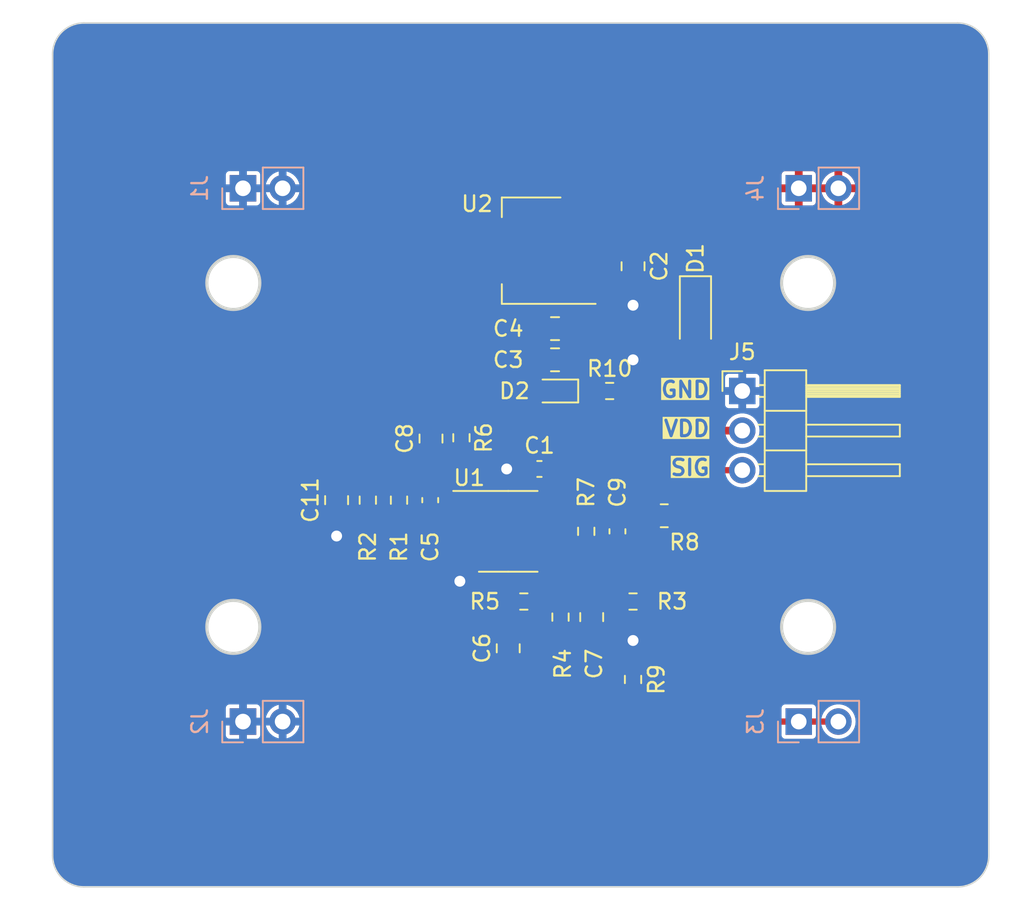
<source format=kicad_pcb>
(kicad_pcb (version 20221018) (generator pcbnew)
  (layers (0 "F.Cu" signal) (31 "B.Cu" signal) (34 "B.Paste" user) (35 "F.Paste" user) (36 "B.SilkS" user "B.Silkscreen") (37 "F.SilkS" user "F.Silkscreen") (38 "B.Mask" user) (39 "F.Mask" user) (44 "Edge.Cuts" user))
  (net 0 "")
  (net 1 "+3V3")
  (net 2 "GND")
  (net 3 "+5V")
  (net 4 "Net-(U1A--)")
  (net 5 "/OP1_OUT")
  (net 6 "/HB100_OUT")
  (net 7 "/OP1_IN")
  (net 8 "/BIAS_1V65")
  (net 9 "Net-(C8-Pad2)")
  (net 10 "/OP2_IN")
  (net 11 "/OP2_OUT")
  (net 12 "Net-(C11-Pad2)")
  (net 13 "VDD")
  (net 14 "/PWM_OUT")
  (net 15 "Net-(D2-K)")
  (footprint "Resistor_SMD:R_0805_2012Metric" (layer "F.Cu") (at 97 51)
    (fp_text reference "R8" (at 1.3 1.7) (layer "F.SilkS"))
    (fp_text value "0R")
    (fp_line (start -0.227064 -0.735) (end 0.227064 -0.735) (stroke (width 0.12)) (layer "F.SilkS"))
    (fp_line (start -0.227064 0.735) (end 0.227064 0.735) (stroke (width 0.12)) (layer "F.SilkS"))
    (pad "1" smd roundrect (at -0.9125 0) (size 1.025 1.4) (layers "F.Cu" "F.Paste" "F.Mask") (roundrect_rratio 0.243902) (net 11 "/OP2_OUT"))
    (pad "2" smd roundrect (at 0.9125 0) (size 1.025 1.4) (layers "F.Cu" "F.Paste" "F.Mask") (roundrect_rratio 0.243902) (net 14 "/PWM_OUT"))
  )
  (footprint "Diode_SMD:D_SOD-123" (layer "F.Cu") (at 99 38 -90)
    (fp_text reference "D1" (at -3.5 0 90) (layer "F.SilkS"))
    (fp_text value "1N5819")
    (fp_line (start -2.36 -1) (end -2.36 1) (stroke (width 0.12)) (layer "F.SilkS"))
    (fp_line (start -2.36 -1) (end 1.65 -1) (stroke (width 0.12)) (layer "F.SilkS"))
    (fp_line (start -2.36 1) (end 1.65 1) (stroke (width 0.12)) (layer "F.SilkS"))
    (pad "1" smd roundrect (at -1.65 0 270) (size 0.9 1.2) (layers "F.Cu" "F.Paste" "F.Mask") (net 3 "+5V"))
    (pad "2" smd roundrect (at 1.65 0 270) (size 0.9 1.2) (layers "F.Cu" "F.Paste" "F.Mask") (net 13 "VDD"))
  )
  (footprint "Resistor_SMD:R_0603_1608Metric" (layer "F.Cu") (at 78 50 90)
    (fp_text reference "R2" (at -3 0 90) (layer "F.SilkS"))
    (fp_text value "10k")
    (fp_line (start -0.237258 -0.5225) (end 0.237258 -0.5225) (stroke (width 0.12)) (layer "F.SilkS"))
    (fp_line (start -0.237258 0.5225) (end 0.237258 0.5225) (stroke (width 0.12)) (layer "F.SilkS"))
    (pad "1" smd roundrect (at -0.825 0 90) (size 0.8 0.95) (layers "F.Cu" "F.Paste" "F.Mask") (net 4 "Net-(U1A--)"))
    (pad "2" smd roundrect (at 0.825 0 90) (size 0.8 0.95) (layers "F.Cu" "F.Paste" "F.Mask") (net 12 "Net-(C11-Pad2)"))
  )
  (footprint "Capacitor_SMD:C_0805_2012Metric" (layer "F.Cu") (at 90 38.999999)
    (fp_text reference "C4" (at -3 0) (layer "F.SilkS"))
    (fp_text value "10uF")
    (fp_line (start -0.261252 -0.735) (end 0.261252 -0.735) (stroke (width 0.12)) (layer "F.SilkS"))
    (fp_line (start -0.261252 0.735) (end 0.261252 0.735) (stroke (width 0.12)) (layer "F.SilkS"))
    (pad "1" smd roundrect (at -0.95 0) (size 1 1.45) (layers "F.Cu" "F.Paste" "F.Mask") (net 1 "+3V3"))
    (pad "2" smd roundrect (at 0.95 0) (size 1 1.45) (layers "F.Cu" "F.Paste" "F.Mask") (net 2 "GND"))
  )
  (footprint "Resistor_SMD:R_0603_1608Metric" (layer "F.Cu") (at 95 56.5 180)
    (fp_text reference "R3" (at -2.5 0) (layer "F.SilkS"))
    (fp_text value "100k")
    (fp_line (start -0.237258 -0.5225) (end 0.237258 -0.5225) (stroke (width 0.12)) (layer "F.SilkS"))
    (fp_line (start -0.237258 0.5225) (end 0.237258 0.5225) (stroke (width 0.12)) (layer "F.SilkS"))
    (pad "1" smd roundrect (at -0.825 0 180) (size 0.8 0.95) (layers "F.Cu" "F.Paste" "F.Mask") (net 1 "+3V3"))
    (pad "2" smd roundrect (at 0.825 0 180) (size 0.8 0.95) (layers "F.Cu" "F.Paste" "F.Mask") (net 8 "/BIAS_1V65"))
  )
  (footprint "Connector_PinHeader_2.54mm:PinHeader_1x03_P2.54mm_Horizontal" (layer "F.Cu") (at 102 43)
    (fp_text reference "J5" (at 0 -2.5 180) (layer "F.SilkS"))
    (fp_text value "01x03 2.54mm Pin Header")
    (fp_line (start -1.27 -1.27) (end 0 -1.27) (stroke (width 0.12)) (layer "F.SilkS"))
    (fp_line (start -1.27 0) (end -1.27 -1.27) (stroke (width 0.12)) (layer "F.SilkS"))
    (fp_line (start 1.042929 2.16) (end 1.44 2.16) (stroke (width 0.12)) (layer "F.SilkS"))
    (fp_line (start 1.042929 2.92) (end 1.44 2.92) (stroke (width 0.12)) (layer "F.SilkS"))
    (fp_line (start 1.042929 4.7) (end 1.44 4.7) (stroke (width 0.12)) (layer "F.SilkS"))
    (fp_line (start 1.042929 5.46) (end 1.44 5.46) (stroke (width 0.12)) (layer "F.SilkS"))
    (fp_line (start 1.11 -0.38) (end 1.44 -0.38) (stroke (width 0.12)) (layer "F.SilkS"))
    (fp_line (start 1.11 0.38) (end 1.44 0.38) (stroke (width 0.12)) (layer "F.SilkS"))
    (fp_line (start 1.44 -1.33) (end 1.44 6.41) (stroke (width 0.12)) (layer "F.SilkS"))
    (fp_line (start 1.44 1.27) (end 4.1 1.27) (stroke (width 0.12)) (layer "F.SilkS"))
    (fp_line (start 1.44 3.81) (end 4.1 3.81) (stroke (width 0.12)) (layer "F.SilkS"))
    (fp_line (start 1.44 6.41) (end 4.1 6.41) (stroke (width 0.12)) (layer "F.SilkS"))
    (fp_line (start 4.1 -1.33) (end 1.44 -1.33) (stroke (width 0.12)) (layer "F.SilkS"))
    (fp_line (start 4.1 -0.38) (end 10.1 -0.38) (stroke (width 0.12)) (layer "F.SilkS"))
    (fp_line (start 4.1 -0.32) (end 10.1 -0.32) (stroke (width 0.12)) (layer "F.SilkS"))
    (fp_line (start 4.1 -0.2) (end 10.1 -0.2) (stroke (width 0.12)) (layer "F.SilkS"))
    (fp_line (start 4.1 -0.08) (end 10.1 -0.08) (stroke (width 0.12)) (layer "F.SilkS"))
    (fp_line (start 4.1 0.04) (end 10.1 0.04) (stroke (width 0.12)) (layer "F.SilkS"))
    (fp_line (start 4.1 0.16) (end 10.1 0.16) (stroke (width 0.12)) (layer "F.SilkS"))
    (fp_line (start 4.1 0.28) (end 10.1 0.28) (stroke (width 0.12)) (layer "F.SilkS"))
    (fp_line (start 4.1 2.16) (end 10.1 2.16) (stroke (width 0.12)) (layer "F.SilkS"))
    (fp_line (start 4.1 4.7) (end 10.1 4.7) (stroke (width 0.12)) (layer "F.SilkS"))
    (fp_line (start 4.1 6.41) (end 4.1 -1.33) (stroke (width 0.12)) (layer "F.SilkS"))
    (fp_line (start 10.1 -0.38) (end 10.1 0.38) (stroke (width 0.12)) (layer "F.SilkS"))
    (fp_line (start 10.1 0.38) (end 4.1 0.38) (stroke (width 0.12)) (layer "F.SilkS"))
    (fp_line (start 10.1 2.16) (end 10.1 2.92) (stroke (width 0.12)) (layer "F.SilkS"))
    (fp_line (start 10.1 2.92) (end 4.1 2.92) (stroke (width 0.12)) (layer "F.SilkS"))
    (fp_line (start 10.1 4.7) (end 10.1 5.46) (stroke (width 0.12)) (layer "F.SilkS"))
    (fp_line (start 10.1 5.46) (end 4.1 5.46) (stroke (width 0.12)) (layer "F.SilkS"))
    (pad "1" thru_hole rect (at 0 0) (size 1.7 1.7) (drill 1) (layers "*.Cu" "*.Mask") (net 2 "GND"))
    (pad "2" thru_hole oval (at 0 2.54) (size 1.7 1.7) (drill 1) (layers "*.Cu" "*.Mask") (net 13 "VDD"))
    (pad "3" thru_hole oval (at 0 5.08) (size 1.7 1.7) (drill 1) (layers "*.Cu" "*.Mask") (net 14 "/PWM_OUT"))
  )
  (footprint "Capacitor_SMD:C_0805_2012Metric" (layer "F.Cu") (at 92.350001 57.5 -90)
    (fp_text reference "C7" (at 3 -0.149999 90) (layer "F.SilkS"))
    (fp_text value "10uF")
    (fp_line (start -0.261252 -0.735) (end 0.261252 -0.735) (stroke (width 0.12)) (layer "F.SilkS"))
    (fp_line (start -0.261252 0.735) (end 0.261252 0.735) (stroke (width 0.12)) (layer "F.SilkS"))
    (pad "1" smd roundrect (at -0.95 0 270) (size 1 1.45) (layers "F.Cu" "F.Paste" "F.Mask") (net 8 "/BIAS_1V65"))
    (pad "2" smd roundrect (at 0.95 0 270) (size 1 1.45) (layers "F.Cu" "F.Paste" "F.Mask") (net 2 "GND"))
  )
  (footprint "Capacitor_SMD:C_0805_2012Metric" (layer "F.Cu") (at 90 41)
    (fp_text reference "C3" (at -3 -0.000001) (layer "F.SilkS"))
    (fp_text value "10uF")
    (fp_line (start -0.261252 -0.735) (end 0.261252 -0.735) (stroke (width 0.12)) (layer "F.SilkS"))
    (fp_line (start -0.261252 0.735) (end 0.261252 0.735) (stroke (width 0.12)) (layer "F.SilkS"))
    (pad "1" smd roundrect (at -0.95 0) (size 1 1.45) (layers "F.Cu" "F.Paste" "F.Mask") (net 1 "+3V3"))
    (pad "2" smd roundrect (at 0.95 0) (size 1 1.45) (layers "F.Cu" "F.Paste" "F.Mask") (net 2 "GND"))
  )
  (footprint "Resistor_SMD:R_0603_1608Metric" (layer "F.Cu") (at 92 52 90)
    (fp_text reference "R7" (at 2.5 0 90) (layer "F.SilkS"))
    (fp_text value "1M")
    (fp_line (start -0.237258 -0.5225) (end 0.237258 -0.5225) (stroke (width 0.12)) (layer "F.SilkS"))
    (fp_line (start -0.237258 0.5225) (end 0.237258 0.5225) (stroke (width 0.12)) (layer "F.SilkS"))
    (pad "1" smd roundrect (at -0.825 0 90) (size 0.8 0.95) (layers "F.Cu" "F.Paste" "F.Mask") (net 10 "/OP2_IN"))
    (pad "2" smd roundrect (at 0.825 0 90) (size 0.8 0.95) (layers "F.Cu" "F.Paste" "F.Mask") (net 11 "/OP2_OUT"))
  )
  (footprint "Capacitor_SMD:C_0805_2012Metric" (layer "F.Cu") (at 82.05 46.050001 90)
    (fp_text reference "C8" (at 0 -1.68 90) (layer "F.SilkS"))
    (fp_text value "4.7uF")
    (fp_line (start -0.261252 -0.735) (end 0.261252 -0.735) (stroke (width 0.12)) (layer "F.SilkS"))
    (fp_line (start -0.261252 0.735) (end 0.261252 0.735) (stroke (width 0.12)) (layer "F.SilkS"))
    (pad "1" smd roundrect (at -0.95 0 90) (size 1 1.45) (layers "F.Cu" "F.Paste" "F.Mask") (net 5 "/OP1_OUT"))
    (pad "2" smd roundrect (at 0.95 0 90) (size 1 1.45) (layers "F.Cu" "F.Paste" "F.Mask") (net 9 "Net-(C8-Pad2)"))
  )
  (footprint "Resistor_SMD:R_0603_1608Metric" (layer "F.Cu") (at 95 61.5 90)
    (fp_text reference "R9" (at 0 1.5 90) (layer "F.SilkS"))
    (fp_text value "12k")
    (fp_line (start -0.237258 -0.5225) (end 0.237258 -0.5225) (stroke (width 0.12)) (layer "F.SilkS"))
    (fp_line (start -0.237258 0.5225) (end 0.237258 0.5225) (stroke (width 0.12)) (layer "F.SilkS"))
    (pad "1" smd roundrect (at -0.825 0 90) (size 0.8 0.95) (layers "F.Cu" "F.Paste" "F.Mask") (net 6 "/HB100_OUT"))
    (pad "2" smd roundrect (at 0.825 0 90) (size 0.8 0.95) (layers "F.Cu" "F.Paste" "F.Mask") (net 2 "GND"))
  )
  (footprint "Resistor_SMD:R_0603_1608Metric" (layer "F.Cu") (at 84 46 -90)
    (fp_text reference "R6" (at 0 -1.43 90) (layer "F.SilkS"))
    (fp_text value "8.2k")
    (fp_line (start -0.237258 -0.5225) (end 0.237258 -0.5225) (stroke (width 0.12)) (layer "F.SilkS"))
    (fp_line (start -0.237258 0.5225) (end 0.237258 0.5225) (stroke (width 0.12)) (layer "F.SilkS"))
    (pad "1" smd roundrect (at -0.825 0 270) (size 0.8 0.95) (layers "F.Cu" "F.Paste" "F.Mask") (net 9 "Net-(C8-Pad2)"))
    (pad "2" smd roundrect (at 0.825 0 270) (size 0.8 0.95) (layers "F.Cu" "F.Paste" "F.Mask") (net 10 "/OP2_IN"))
  )
  (footprint "Resistor_SMD:R_0603_1608Metric" (layer "F.Cu") (at 93.5 43)
    (fp_text reference "R10" (at 0 -1.43) (layer "F.SilkS"))
    (fp_text value "287R")
    (fp_line (start -0.237258 -0.5225) (end 0.237258 -0.5225) (stroke (width 0.12)) (layer "F.SilkS"))
    (fp_line (start -0.237258 0.5225) (end 0.237258 0.5225) (stroke (width 0.12)) (layer "F.SilkS"))
    (pad "1" smd roundrect (at -0.825 0) (size 0.8 0.95) (layers "F.Cu" "F.Paste" "F.Mask") (net 15 "Net-(D2-K)"))
    (pad "2" smd roundrect (at 0.825 0) (size 0.8 0.95) (layers "F.Cu" "F.Paste" "F.Mask") (net 2 "GND"))
  )
  (footprint "Capacitor_SMD:C_0603_1608Metric" (layer "F.Cu") (at 89 48 180)
    (fp_text reference "C1" (at 0 1.5) (layer "F.SilkS"))
    (fp_text value "0.1uF")
    (fp_line (start -0.14058 -0.51) (end 0.14058 -0.51) (stroke (width 0.12)) (layer "F.SilkS"))
    (fp_line (start -0.14058 0.51) (end 0.14058 0.51) (stroke (width 0.12)) (layer "F.SilkS"))
    (pad "1" smd roundrect (at -0.775 0 180) (size 0.9 0.95) (layers "F.Cu" "F.Paste" "F.Mask") (net 1 "+3V3"))
    (pad "2" smd roundrect (at 0.775 0 180) (size 0.9 0.95) (layers "F.Cu" "F.Paste" "F.Mask") (net 2 "GND"))
  )
  (footprint "Capacitor_SMD:C_0805_2012Metric" (layer "F.Cu") (at 87 59.5 90)
    (fp_text reference "C6" (at 0 -1.68 90) (layer "F.SilkS"))
    (fp_text value "4.7uF")
    (fp_line (start -0.261252 -0.735) (end 0.261252 -0.735) (stroke (width 0.12)) (layer "F.SilkS"))
    (fp_line (start -0.261252 0.735) (end 0.261252 0.735) (stroke (width 0.12)) (layer "F.SilkS"))
    (pad "1" smd roundrect (at -0.95 0 90) (size 1 1.45) (layers "F.Cu" "F.Paste" "F.Mask") (net 6 "/HB100_OUT"))
    (pad "2" smd roundrect (at 0.95 0 90) (size 1 1.45) (layers "F.Cu" "F.Paste" "F.Mask") (net 7 "/OP1_IN"))
  )
  (footprint "Capacitor_SMD:C_0805_2012Metric" (layer "F.Cu") (at 76 50 90)
    (fp_text reference "C11" (at 0 -1.68 90) (layer "F.SilkS"))
    (fp_text value "4.7uF")
    (fp_line (start -0.261252 -0.735) (end 0.261252 -0.735) (stroke (width 0.12)) (layer "F.SilkS"))
    (fp_line (start -0.261252 0.735) (end 0.261252 0.735) (stroke (width 0.12)) (layer "F.SilkS"))
    (pad "1" smd roundrect (at -0.95 0 90) (size 1 1.45) (layers "F.Cu" "F.Paste" "F.Mask") (net 2 "GND"))
    (pad "2" smd roundrect (at 0.95 0 90) (size 1 1.45) (layers "F.Cu" "F.Paste" "F.Mask") (net 12 "Net-(C11-Pad2)"))
  )
  (footprint "LED_SMD:LED_0603_1608Metric" (layer "F.Cu") (at 90 43 180)
    (fp_text reference "D2" (at 2.6 0) (layer "F.SilkS"))
    (fp_text value "RED")
    (fp_line (start -1.485 -0.735) (end -1.485 0.735) (stroke (width 0.12)) (layer "F.SilkS"))
    (fp_line (start -1.485 0.735) (end 0.8 0.735) (stroke (width 0.12)) (layer "F.SilkS"))
    (fp_line (start 0.8 -0.735) (end -1.485 -0.735) (stroke (width 0.12)) (layer "F.SilkS"))
    (pad "1" smd roundrect (at -0.7875 0 180) (size 0.875 0.95) (layers "F.Cu" "F.Paste" "F.Mask") (net 15 "Net-(D2-K)"))
    (pad "2" smd roundrect (at 0.7875 0 180) (size 0.875 0.95) (layers "F.Cu" "F.Paste" "F.Mask") (net 1 "+3V3"))
  )
  (footprint "Custom_Package_SO:SOP-8_3.76x4.96mm_P1.27mm" (layer "F.Cu") (at 87 52)
    (fp_text reference "U1" (at -2.5 -3.43) (layer "F.SilkS"))
    (fp_text value "LM358")
    (fp_line (start 0 -2.59) (end -3.525 -2.59) (stroke (width 0.12)) (layer "F.SilkS"))
    (fp_line (start 0 -2.59) (end 1.88 -2.59) (stroke (width 0.12)) (layer "F.SilkS"))
    (fp_line (start 0 2.59) (end -1.88 2.59) (stroke (width 0.12)) (layer "F.SilkS"))
    (fp_line (start 0 2.59) (end 1.88 2.59) (stroke (width 0.12)) (layer "F.SilkS"))
    (pad "1" smd roundrect (at -2.5375 -1.905) (size 1.975 0.65) (layers "F.Cu" "F.Paste" "F.Mask") (net 5 "/OP1_OUT"))
    (pad "2" smd roundrect (at -2.5375 -0.635) (size 1.975 0.65) (layers "F.Cu" "F.Paste" "F.Mask") (net 4 "Net-(U1A--)"))
    (pad "3" smd roundrect (at -2.5375 0.635) (size 1.975 0.65) (layers "F.Cu" "F.Paste" "F.Mask") (net 7 "/OP1_IN"))
    (pad "4" smd roundrect (at -2.5375 1.905) (size 1.975 0.65) (layers "F.Cu" "F.Paste" "F.Mask") (net 2 "GND"))
    (pad "5" smd roundrect (at 2.5375 1.905) (size 1.975 0.65) (layers "F.Cu" "F.Paste" "F.Mask") (net 8 "/BIAS_1V65"))
    (pad "6" smd roundrect (at 2.5375 0.635) (size 1.975 0.65) (layers "F.Cu" "F.Paste" "F.Mask") (net 10 "/OP2_IN"))
    (pad "7" smd roundrect (at 2.5375 -0.635) (size 1.975 0.65) (layers "F.Cu" "F.Paste" "F.Mask") (net 11 "/OP2_OUT"))
    (pad "8" smd roundrect (at 2.5375 -1.905) (size 1.975 0.65) (layers "F.Cu" "F.Paste" "F.Mask") (net 1 "+3V3"))
  )
  (footprint "Resistor_SMD:R_0603_1608Metric" (layer "F.Cu") (at 90.349999 57.5 -90)
    (fp_text reference "R4" (at 3 -0.150001 90) (layer "F.SilkS"))
    (fp_text value "100k")
    (fp_line (start -0.237258 -0.5225) (end 0.237258 -0.5225) (stroke (width 0.12)) (layer "F.SilkS"))
    (fp_line (start -0.237258 0.5225) (end 0.237258 0.5225) (stroke (width 0.12)) (layer "F.SilkS"))
    (pad "1" smd roundrect (at -0.825 0 270) (size 0.8 0.95) (layers "F.Cu" "F.Paste" "F.Mask") (net 8 "/BIAS_1V65"))
    (pad "2" smd roundrect (at 0.825 0 270) (size 0.8 0.95) (layers "F.Cu" "F.Paste" "F.Mask") (net 2 "GND"))
  )
  (footprint "Capacitor_SMD:C_0603_1608Metric" (layer "F.Cu") (at 82.000001 50 90)
    (fp_text reference "C5" (at -3 -0.000001 90) (layer "F.SilkS"))
    (fp_text value "2.2nF")
    (fp_line (start -0.14058 -0.51) (end 0.14058 -0.51) (stroke (width 0.12)) (layer "F.SilkS"))
    (fp_line (start -0.14058 0.51) (end 0.14058 0.51) (stroke (width 0.12)) (layer "F.SilkS"))
    (pad "1" smd roundrect (at -0.775 0 90) (size 0.9 0.95) (layers "F.Cu" "F.Paste" "F.Mask") (net 4 "Net-(U1A--)"))
    (pad "2" smd roundrect (at 0.775 0 90) (size 0.9 0.95) (layers "F.Cu" "F.Paste" "F.Mask") (net 5 "/OP1_OUT"))
  )
  (footprint "Resistor_SMD:R_0603_1608Metric" (layer "F.Cu") (at 88 56.5 180)
    (fp_text reference "R5" (at 2.5 0) (layer "F.SilkS"))
    (fp_text value "330k")
    (fp_line (start -0.237258 -0.5225) (end 0.237258 -0.5225) (stroke (width 0.12)) (layer "F.SilkS"))
    (fp_line (start -0.237258 0.5225) (end 0.237258 0.5225) (stroke (width 0.12)) (layer "F.SilkS"))
    (pad "1" smd roundrect (at -0.825 0 180) (size 0.8 0.95) (layers "F.Cu" "F.Paste" "F.Mask") (net 8 "/BIAS_1V65"))
    (pad "2" smd roundrect (at 0.825 0 180) (size 0.8 0.95) (layers "F.Cu" "F.Paste" "F.Mask") (net 7 "/OP1_IN"))
  )
  (footprint "Package_TO_SOT_SMD:SOT-223-3_TabPin2" (layer "F.Cu") (at 88.5 34 180)
    (fp_text reference "U2" (at 3.5 3) (layer "F.SilkS"))
    (fp_text value "AZ1117-3.3")
    (fp_line (start -4.1 -3.41) (end 1.91 -3.41) (stroke (width 0.12)) (layer "F.SilkS"))
    (fp_line (start -1.85 3.41) (end 1.91 3.41) (stroke (width 0.12)) (layer "F.SilkS"))
    (fp_line (start 1.91 -3.41) (end 1.91 -2.15) (stroke (width 0.12)) (layer "F.SilkS"))
    (fp_line (start 1.91 3.41) (end 1.91 2.15) (stroke (width 0.12)) (layer "F.SilkS"))
    (pad "1" smd rect (at -3.15 -2.3 180) (size 2 1.5) (layers "F.Cu" "F.Paste" "F.Mask") (net 2 "GND"))
    (pad "2" smd rect (at -3.15 0 180) (size 2 1.5) (layers "F.Cu" "F.Paste" "F.Mask") (net 1 "+3V3"))
    (pad "2" smd rect (at 3.15 0 180) (size 2 3.8) (layers "F.Cu" "F.Paste" "F.Mask") (net 1 "+3V3"))
    (pad "3" smd rect (at -3.15 2.3 180) (size 2 1.5) (layers "F.Cu" "F.Paste" "F.Mask") (net 3 "+5V"))
  )
  (footprint "Resistor_SMD:R_0603_1608Metric" (layer "F.Cu") (at 80 50 90)
    (fp_text reference "R1" (at -3 0 90) (layer "F.SilkS"))
    (fp_text value "1M")
    (fp_line (start -0.237258 -0.5225) (end 0.237258 -0.5225) (stroke (width 0.12)) (layer "F.SilkS"))
    (fp_line (start -0.237258 0.5225) (end 0.237258 0.5225) (stroke (width 0.12)) (layer "F.SilkS"))
    (pad "1" smd roundrect (at -0.825 0 90) (size 0.8 0.95) (layers "F.Cu" "F.Paste" "F.Mask") (net 4 "Net-(U1A--)"))
    (pad "2" smd roundrect (at 0.825 0 90) (size 0.8 0.95) (layers "F.Cu" "F.Paste" "F.Mask") (net 5 "/OP1_OUT"))
  )
  (footprint "Capacitor_SMD:C_0805_2012Metric" (layer "F.Cu") (at 95 35 -90)
    (fp_text reference "C2" (at 0 -1.68 90) (layer "F.SilkS"))
    (fp_text value "10uF")
    (fp_line (start -0.261252 -0.735) (end 0.261252 -0.735) (stroke (width 0.12)) (layer "F.SilkS"))
    (fp_line (start -0.261252 0.735) (end 0.261252 0.735) (stroke (width 0.12)) (layer "F.SilkS"))
    (pad "1" smd roundrect (at -0.95 0 270) (size 1 1.45) (layers "F.Cu" "F.Paste" "F.Mask") (net 3 "+5V"))
    (pad "2" smd roundrect (at 0.95 0 270) (size 1 1.45) (layers "F.Cu" "F.Paste" "F.Mask") (net 2 "GND"))
  )
  (footprint "Capacitor_SMD:C_0603_1608Metric" (layer "F.Cu") (at 94.000001 52 90)
    (fp_text reference "C9" (at 2.5 -0.000001 90) (layer "F.SilkS"))
    (fp_text value "2.2nF")
    (fp_line (start -0.14058 -0.51) (end 0.14058 -0.51) (stroke (width 0.12)) (layer "F.SilkS"))
    (fp_line (start -0.14058 0.51) (end 0.14058 0.51) (stroke (width 0.12)) (layer "F.SilkS"))
    (pad "1" smd roundrect (at -0.775 0 90) (size 0.9 0.95) (layers "F.Cu" "F.Paste" "F.Mask") (net 10 "/OP2_IN"))
    (pad "2" smd roundrect (at 0.775 0 90) (size 0.9 0.95) (layers "F.Cu" "F.Paste" "F.Mask") (net 11 "/OP2_OUT"))
  )
  (footprint "Connector_PinSocket_2.54mm:PinSocket_1x02_P2.54mm_Vertical" (layer "B.Cu") (at 105.62 30 -90)
    (fp_text reference "J4" (at 0 2.77 90) (layer "B.SilkS") (effects (justify mirror)))
    (fp_text value "01x02 2.54mm Pin Socket")
    (fp_line (start -1.33 -3.87) (end 1.33 -3.87) (stroke (width 0.12)) (layer "B.SilkS"))
    (fp_line (start -1.33 -1.27) (end -1.33 -3.87) (stroke (width 0.12)) (layer "B.SilkS"))
    (fp_line (start -1.33 -1.27) (end 1.33 -1.27) (stroke (width 0.12)) (layer "B.SilkS"))
    (fp_line (start 0 1.33) (end 1.33 1.33) (stroke (width 0.12)) (layer "B.SilkS"))
    (fp_line (start 1.33 -1.27) (end 1.33 -3.87) (stroke (width 0.12)) (layer "B.SilkS"))
    (fp_line (start 1.33 1.33) (end 1.33 0) (stroke (width 0.12)) (layer "B.SilkS"))
    (pad "1" thru_hole rect (at 0 0 270) (size 1.7 1.7) (drill 1) (layers "*.Cu" "*.Mask") (net 3 "+5V"))
    (pad "2" thru_hole oval (at 0 -2.54 270) (size 1.7 1.7) (drill 1) (layers "*.Cu" "*.Mask") (net 3 "+5V"))
  )
  (footprint "Connector_PinSocket_2.54mm:PinSocket_1x02_P2.54mm_Vertical" (layer "B.Cu") (at 70 30 -90)
    (fp_text reference "J1" (at 0 2.77 90) (layer "B.SilkS") (effects (justify mirror)))
    (fp_text value "01x02 2.54mm Pin Socket")
    (fp_line (start -1.33 -3.87) (end 1.33 -3.87) (stroke (width 0.12)) (layer "B.SilkS"))
    (fp_line (start -1.33 -1.27) (end -1.33 -3.87) (stroke (width 0.12)) (layer "B.SilkS"))
    (fp_line (start -1.33 -1.27) (end 1.33 -1.27) (stroke (width 0.12)) (layer "B.SilkS"))
    (fp_line (start 0 1.33) (end 1.33 1.33) (stroke (width 0.12)) (layer "B.SilkS"))
    (fp_line (start 1.33 -1.27) (end 1.33 -3.87) (stroke (width 0.12)) (layer "B.SilkS"))
    (fp_line (start 1.33 1.33) (end 1.33 0) (stroke (width 0.12)) (layer "B.SilkS"))
    (pad "1" thru_hole rect (at 0 0 270) (size 1.7 1.7) (drill 1) (layers "*.Cu" "*.Mask") (net 2 "GND"))
    (pad "2" thru_hole oval (at 0 -2.54 270) (size 1.7 1.7) (drill 1) (layers "*.Cu" "*.Mask") (net 2 "GND"))
  )
  (footprint "Connector_PinSocket_2.54mm:PinSocket_1x02_P2.54mm_Vertical" (layer "B.Cu") (at 70 64.2 -90)
    (fp_text reference "J2" (at 0 2.77 90) (layer "B.SilkS") (effects (justify mirror)))
    (fp_text value "01x02 2.54mm Pin Socket")
    (fp_line (start -1.33 -3.87) (end 1.33 -3.87) (stroke (width 0.12)) (layer "B.SilkS"))
    (fp_line (start -1.33 -1.27) (end -1.33 -3.87) (stroke (width 0.12)) (layer "B.SilkS"))
    (fp_line (start -1.33 -1.27) (end 1.33 -1.27) (stroke (width 0.12)) (layer "B.SilkS"))
    (fp_line (start 0 1.33) (end 1.33 1.33) (stroke (width 0.12)) (layer "B.SilkS"))
    (fp_line (start 1.33 -1.27) (end 1.33 -3.87) (stroke (width 0.12)) (layer "B.SilkS"))
    (fp_line (start 1.33 1.33) (end 1.33 0) (stroke (width 0.12)) (layer "B.SilkS"))
    (pad "1" thru_hole rect (at 0 0 270) (size 1.7 1.7) (drill 1) (layers "*.Cu" "*.Mask") (net 2 "GND"))
    (pad "2" thru_hole oval (at 0 -2.54 270) (size 1.7 1.7) (drill 1) (layers "*.Cu" "*.Mask") (net 2 "GND"))
  )
  (footprint "Connector_PinSocket_2.54mm:PinSocket_1x02_P2.54mm_Vertical" (layer "B.Cu") (at 105.62 64.2 -90)
    (fp_text reference "J3" (at 0 2.77 90) (layer "B.SilkS") (effects (justify mirror)))
    (fp_text value "01x02 2.54mm Pin Socket")
    (fp_line (start -1.33 -3.87) (end 1.33 -3.87) (stroke (width 0.12)) (layer "B.SilkS"))
    (fp_line (start -1.33 -1.27) (end -1.33 -3.87) (stroke (width 0.12)) (layer "B.SilkS"))
    (fp_line (start -1.33 -1.27) (end 1.33 -1.27) (stroke (width 0.12)) (layer "B.SilkS"))
    (fp_line (start 0 1.33) (end 1.33 1.33) (stroke (width 0.12)) (layer "B.SilkS"))
    (fp_line (start 1.33 -1.27) (end 1.33 -3.87) (stroke (width 0.12)) (layer "B.SilkS"))
    (fp_line (start 1.33 1.33) (end 1.33 0) (stroke (width 0.12)) (layer "B.SilkS"))
    (pad "1" thru_hole rect (at 0 0 270) (size 1.7 1.7) (drill 1) (layers "*.Cu" "*.Mask") (net 6 "/HB100_OUT"))
    (pad "2" thru_hole oval (at 0 -2.54 270) (size 1.7 1.7) (drill 1) (layers "*.Cu" "*.Mask") (net 6 "/HB100_OUT"))
  )
  (gr_line (start 59.8 74.8) (end 115.8 74.8) (stroke (width 0.1)) (layer "Edge.Cuts"))
  (gr_circle (center 106.219686 58.128027) (end 107.919686 58.128027) (stroke (width 0.2)) (fill none) (layer "Edge.Cuts"))
  (gr_circle (center 69.380314 36.071973) (end 71.080314 36.071973) (stroke (width 0.2)) (fill none) (layer "Edge.Cuts"))
  (gr_circle (center 69.380314 58.128027) (end 71.080314 58.128027) (stroke (width 0.2)) (fill none) (layer "Edge.Cuts"))
  (gr_arc (start 117.8 72.8) (mid 117.214214 74.214214) (end 115.8 74.8) (stroke (width 0.1)) (layer "Edge.Cuts"))
  (gr_circle (center 106.219686 36.071973) (end 107.919686 36.071973) (stroke (width 0.2)) (fill none) (layer "Edge.Cuts"))
  (gr_line (start 59.800001 19.400001) (end 115.800001 19.400001) (stroke (width 0.1)) (layer "Edge.Cuts"))
  (gr_line (start 117.799999 21.400001) (end 117.8 72.8) (stroke (width 0.1)) (layer "Edge.Cuts"))
  (gr_arc (start 115.799999 19.400001) (mid 117.214213 19.985787) (end 117.799999 21.400001) (stroke (width 0.1)) (layer "Edge.Cuts"))
  (gr_arc (start 57.800001 21.400001) (mid 58.385787 19.985787) (end 59.800001 19.400001) (stroke (width 0.1)) (layer "Edge.Cuts"))
  (gr_line (start 57.800001 21.400001) (end 57.800001 72.799999) (stroke (width 0.1)) (layer "Edge.Cuts"))
  (gr_arc (start 59.800001 74.799999) (mid 58.385787 74.214213) (end 57.800001 72.799999) (stroke (width 0.1)) (layer "Edge.Cuts"))
  (gr_text "hb100_amplifier\nREV A" (at 61 72) (layer "F.Cu") (effects (font (size 1.5 1.5) (thickness 0.3) bold) (justify left bottom)))
  (gr_text "GND" (at 100 43.5) (layer "F.SilkS" knockout) (effects (font (size 1 1) (thickness 0.2) bold) (justify right bottom)))
  (gr_text "VDD" (at 100 46) (layer "F.SilkS" knockout) (effects (font (size 1 1) (thickness 0.2) bold) (justify right bottom)))
  (gr_text "SIG" (at 100 48.5) (layer "F.SilkS" knockout) (effects (font (size 1 1) (thickness 0.2) bold) (justify right bottom)))
  (segment (start 97 50) (end 97 52) (width 0.25) (layer "F.Cu") (net 1))
  (segment (start 95 45.5) (end 89 45.5) (width 0.4) (layer "F.Cu") (net 1))
  (segment (start 97 52) (end 97 56.05) (width 0.4) (layer "F.Cu") (net 1))
  (segment (start 89.775 48) (end 89.775 45) (width 0.4) (layer "F.Cu") (net 1))
  (segment (start 89.775 48) (end 89.775 49.945) (width 0.4) (layer "F.Cu") (net 1))
  (segment (start 97 47.5) (end 95 45.5) (width 0.4) (layer "F.Cu") (net 1))
  (segment (start 89.775 49.945) (end 89.625 50.095) (width 0.4) (layer "F.Cu") (net 1))
  (segment (start 97 50) (end 97 47.5) (width 0.4) (layer "F.Cu") (net 1))
  (segment (start 97 56.05) (end 96.55 56.5) (width 0.4) (layer "F.Cu") (net 1))
  (segment (start 95.825 56.5) (end 96.55 56.5) (width 0.4) (layer "F.Cu") (net 1))
  (segment (start 84.375 53.905) (end 84.375 54.725) (width 0.4) (layer "F.Cu") (net 2))
  (segment (start 84.375 54.725) (end 83.9 55.2) (width 0.4) (layer "F.Cu") (net 2))
  (segment (start 76 50.95) (end 76 52.3) (width 0.4) (layer "F.Cu") (net 2))
  (segment (start 88.225 48) (end 86.9 48) (width 0.4) (layer "F.Cu") (net 2))
  (via (at 95 59) (size 1.2) (drill 0.7) (layers "F.Cu" "B.Cu") (net 2))
  (via (at 76 52.3) (size 1.2) (drill 0.7) (layers "F.Cu" "B.Cu") (net 2))
  (via (at 83.9 55.2) (size 1.2) (drill 0.7) (layers "F.Cu" "B.Cu") (net 2))
  (via (at 95 37.5) (size 1.2) (drill 0.7) (layers "F.Cu" "B.Cu") (net 2))
  (via (at 86.9 48) (size 1.2) (drill 0.7) (layers "F.Cu" "B.Cu") (net 2))
  (via (at 95 41) (size 1.2) (drill 0.7) (layers "F.Cu" "B.Cu") (net 2))
  (segment (start 82.590001 51.365) (end 82.000001 50.775) (width 0.25) (layer "F.Cu") (net 4))
  (segment (start 80 50.825) (end 81.950001 50.825) (width 0.25) (layer "F.Cu") (net 4))
  (segment (start 84.375 51.365) (end 82.590001 51.365) (width 0.25) (layer "F.Cu") (net 4))
  (segment (start 81.950001 50.825) (end 82.000001 50.775) (width 0.25) (layer "F.Cu") (net 4))
  (segment (start 80 50.825) (end 78 50.825) (width 0.25) (layer "F.Cu") (net 4))
  (segment (start 82.325 49.225) (end 83.195 50.095) (width 0.25) (layer "F.Cu") (net 5))
  (segment (start 82.000001 47.05) (end 82.05 47.000001) (width 0.25) (layer "F.Cu") (net 5))
  (segment (start 82.000001 49.225) (end 82.325 49.225) (width 0.25) (layer "F.Cu") (net 5))
  (segment (start 82.000001 49.225) (end 80.05 49.225) (width 0.25) (layer "F.Cu") (net 5))
  (segment (start 83.195 50.095) (end 84.375 50.095) (width 0.25) (layer "F.Cu") (net 5))
  (segment (start 80.05 49.225) (end 80 49.175) (width 0.25) (layer "F.Cu") (net 5))
  (segment (start 82.000001 49.225) (end 82.000001 47.05) (width 0.25) (layer "F.Cu") (net 5))
  (segment (start 96.875 64.2) (end 95 62.325) (width 0.4) (layer "F.Cu") (net 6))
  (segment (start 95 62.325) (end 87.325 62.325) (width 0.25) (layer "F.Cu") (net 6))
  (segment (start 105.62 64.2) (end 96.875 64.2) (width 0.4) (layer "F.Cu") (net 6))
  (segment (start 87.325 62.325) (end 87 62) (width 0.25) (layer "F.Cu") (net 6))
  (segment (start 105.62 64.2) (end 108.16 64.2) (width 0.4) (layer "F.Cu") (net 6))
  (segment (start 87 62) (end 87 60.45) (width 0.25) (layer "F.Cu") (net 6))
  (segment (start 84.375 52.635) (end 85.635 52.635) (width 0.25) (layer "F.Cu") (net 7))
  (segment (start 87.175 58.375) (end 87 58.55) (width 0.25) (layer "F.Cu") (net 7))
  (segment (start 87.175 54.175) (end 87.175 56.5) (width 0.25) (layer "F.Cu") (net 7))
  (segment (start 87.175 56.5) (end 87.175 58.375) (width 0.25) (layer "F.Cu") (net 7))
  (segment (start 85.635 52.635) (end 87.175 54.175) (width 0.25) (layer "F.Cu") (net 7))
  (segment (start 90.349999 56.675) (end 92.225001 56.675) (width 0.4) (layer "F.Cu") (net 8))
  (segment (start 92.225001 56.675) (end 92.350001 56.55) (width 0.4) (layer "F.Cu") (net 8))
  (segment (start 92.400001 56.5) (end 92.350001 56.55) (width 0.4) (layer "F.Cu") (net 8))
  (segment (start 88.825 54.705) (end 89.625 53.905) (width 0.4) (layer "F.Cu") (net 8))
  (segment (start 90.349999 56.675) (end 89 56.675) (width 0.4) (layer "F.Cu") (net 8))
  (segment (start 88.825 56.5) (end 88.825 54.705) (width 0.4) (layer "F.Cu") (net 8))
  (segment (start 94.175 56.5) (end 92.400001 56.5) (width 0.4) (layer "F.Cu") (net 8))
  (segment (start 89 56.675) (end 88.825 56.5) (width 0.4) (layer "F.Cu") (net 8))
  (segment (start 83.925001 45.100001) (end 84 45.175) (width 0.25) (layer "F.Cu") (net 9))
  (segment (start 82.05 45.100001) (end 83.925001 45.100001) (width 0.25) (layer "F.Cu") (net 9))
  (segment (start 87.835 52.635) (end 85.9 50.7) (width 0.25) (layer "F.Cu") (net 10))
  (segment (start 89.625 52.635) (end 87.835 52.635) (width 0.25) (layer "F.Cu") (net 10))
  (segment (start 89.625 52.635) (end 91.81 52.635) (width 0.25) (layer "F.Cu") (net 10))
  (segment (start 93.950001 52.825) (end 94.000001 52.775) (width 0.25) (layer "F.Cu") (net 10))
  (segment (start 85.9 50.7) (end 85.9 48.725) (width 0.25) (layer "F.Cu") (net 10))
  (segment (start 92 52.825) (end 93.950001 52.825) (width 0.25) (layer "F.Cu") (net 10))
  (segment (start 91.81 52.635) (end 92 52.825) (width 0.25) (layer "F.Cu") (net 10))
  (segment (start 85.9 48.725) (end 84 46.825) (width 0.25) (layer "F.Cu") (net 10))
  (segment (start 94.000001 51.225) (end 95.8625 51.225) (width 0.25) (layer "F.Cu") (net 11))
  (segment (start 93.950001 51.175) (end 94.000001 51.225) (width 0.25) (layer "F.Cu") (net 11))
  (segment (start 92 51.175) (end 93.950001 51.175) (width 0.25) (layer "F.Cu") (net 11))
  (segment (start 89.625 51.365) (end 91.81 51.365) (width 0.25) (layer "F.Cu") (net 11))
  (segment (start 95.8625 51.225) (end 96.0875 51) (width 0.25) (layer "F.Cu") (net 11))
  (segment (start 91.81 51.365) (end 92 51.175) (width 0.25) (layer "F.Cu") (net 11))
  (segment (start 76.125 49.175) (end 76 49.05) (width 0.25) (layer "F.Cu") (net 12))
  (segment (start 78 49.175) (end 76.125 49.175) (width 0.25) (layer "F.Cu") (net 12))
  (segment (start 100.8325 48.08) (end 97.9125 51) (width 0.4) (layer "F.Cu") (net 14))
  (segment (start 102 48.08) (end 100.8325 48.08) (width 0.4) (layer "F.Cu") (net 14))
  (segment (start 90.7875 43) (end 92.49 43) (width 0.25) (layer "F.Cu") (net 15))
  (zone (net 3) (net_name "+5V") (layer "F.Cu") (connect_pads (clearance 0.25)) (min_thickness 0.25) (fill yes (thermal_gap 0.25) (thermal_bridge_width 0.5))
    (polygon (pts (xy 90.5 28) (xy 110 28) (xy 110 32) (xy 100.5 32) (xy 100.5 37.5) (xy 97.5 37.5) (xy 97.5 34.5) (xy 93.5 34.5) (xy 93.5 32) (xy 90.5 32)))
  )
  (zone (net 2) (net_name "GND") (layer "F.Cu") (priority 4) (connect_pads (clearance 0.25)) (min_thickness 0.25) (fill yes (thermal_gap 0.25) (thermal_bridge_width 0.5))
    (polygon (pts (xy 89 57.5) (xy 93.5 57.5) (xy 93.5 58) (xy 96.5 58) (xy 96.5 61.5) (xy 89 61.5)))
  )
  (zone (net 2) (net_name "GND") (layer "F.Cu") (priority 2) (connect_pads (clearance 0.25)) (min_thickness 0.25) (fill yes (thermal_gap 0.25) (thermal_bridge_width 0.5))
    (polygon (pts (xy 90.5 35.5) (xy 96.5 35.5) (xy 96.5 43.5) (xy 93.5 43.5) (xy 93.5 42) (xy 90.5 42)))
  )
  (zone (net 13) (net_name "VDD") (layer "F.Cu") (priority 1) (connect_pads (clearance 0.25)) (min_thickness 0.25) (fill yes (thermal_gap 0.25) (thermal_bridge_width 0.5))
    (polygon (pts (xy 97.5 38.5) (xy 100.5 38.5) (xy 100.5 44.5) (xy 103 44.5) (xy 103 46.5) (xy 97.5 46.5)))
  )
  (zone (net 1) (net_name "+3V3") (layer "F.Cu") (priority 3) (connect_pads (clearance 0.25)) (min_thickness 0.25) (fill yes (thermal_gap 0.25) (thermal_bridge_width 0.5))
    (polygon (pts (xy 82 28) (xy 89.5 28) (xy 89.5 33) (xy 93 33) (xy 93 35) (xy 89.5 35) (xy 89.5 38) (xy 90 38) (xy 90 46) (xy 86 46) (xy 86 43.5) (xy 82 43.5)))
  )
  (zone (net 2) (net_name "GND") (layer "B.Cu") (priority 5) (connect_pads (clearance 0.25)) (min_thickness 0.25) (fill yes (thermal_gap 0.25) (thermal_bridge_width 0.5))
    (polygon (pts (xy 54.5 18) (xy 120 18) (xy 120 76.5) (xy 54.5 76.5)))
  )
)
</source>
